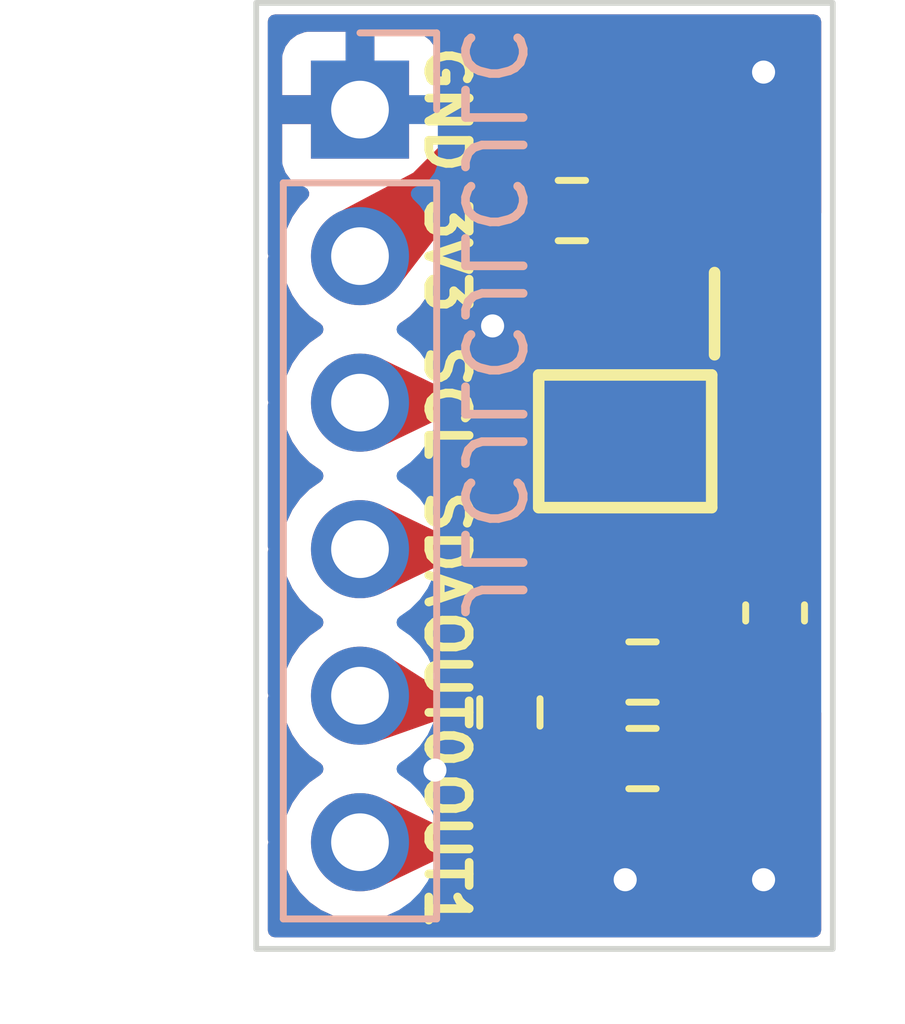
<source format=kicad_pcb>
(kicad_pcb (version 20221018) (generator pcbnew)
  (layers (0 "F.Cu" signal) (31 "B.Cu" signal) (34 "B.Paste" user) (35 "F.Paste" user) (36 "B.SilkS" user "B.Silkscreen") (37 "F.SilkS" user "F.Silkscreen") (38 "B.Mask" user) (39 "F.Mask" user) (44 "Edge.Cuts" user))
  (net 0 "")
  (net 1 "SDA")
  (net 2 "SCL")
  (net 3 "Net-(IC1-FS1)")
  (net 4 "GND")
  (net 5 "Net-(IC1-FS0)")
  (net 6 "OUT0")
  (net 7 "OUT1")
  (net 8 "+3V3")
  (footprint "Resistor_SMD:R_0603_1608Metric" (layer "F.Cu") (at 83.175 55.4 180)
    (fp_text reference "R1" hide)
    (fp_text value "43.2k")
    (fp_line (start -0.237258 -0.5225) (end 0.237258 -0.5225) (stroke (width 0.12)) (layer "F.SilkS"))
    (fp_line (start -0.237258 0.5225) (end 0.237258 0.5225) (stroke (width 0.12)) (layer "F.SilkS"))
    (pad "1" smd roundrect (at -0.825 0 180) (size 0.8 0.95) (layers "F.Cu" "F.Paste" "F.Mask") (net 3 "Net-(IC1-FS1)"))
    (pad "2" smd roundrect (at 0.825 0 180) (size 0.8 0.95) (layers "F.Cu" "F.Paste" "F.Mask") (net 4 "GND"))
  )
  (footprint "Capacitor_SMD:C_0603_1608Metric" (layer "F.Cu") (at 86.7 62.375 90)
    (fp_text reference "C1" hide)
    (fp_text value "100n")
    (fp_line (start -0.14058 -0.51) (end 0.14058 -0.51) (stroke (width 0.12)) (layer "F.SilkS"))
    (fp_line (start -0.14058 0.51) (end 0.14058 0.51) (stroke (width 0.12)) (layer "F.SilkS"))
    (pad "1" smd roundrect (at -0.775 0 90) (size 0.9 0.95) (layers "F.Cu" "F.Paste" "F.Mask") (net 4 "GND"))
    (pad "2" smd roundrect (at 0.775 0 90) (size 0.9 0.95) (layers "F.Cu" "F.Paste" "F.Mask") (net 8 "+3V3"))
  )
  (footprint "DS4432U+T&R:SOP65P490X110-8N" (layer "F.Cu") (at 84.1 59.4 -90)
    (fp_text reference "IC1" hide)
    (fp_text value "DS4432U+T&R" hide)
    (fp_line (start -2.925 -1.55) (end -1.5 -1.55) (stroke (width 0.2)) (layer "F.SilkS"))
    (fp_line (start -1.15 -1.5) (end 1.15 -1.5) (stroke (width 0.2)) (layer "F.SilkS"))
    (fp_line (start -1.15 1.5) (end -1.15 -1.5) (stroke (width 0.2)) (layer "F.SilkS"))
    (fp_line (start 1.15 -1.5) (end 1.15 1.5) (stroke (width 0.2)) (layer "F.SilkS"))
    (fp_line (start 1.15 1.5) (end -1.15 1.5) (stroke (width 0.2)) (layer "F.SilkS"))
    (pad "1" smd rect (at -2.212 -0.975) (size 0.45 1.425) (layers "F.Cu" "F.Paste" "F.Mask") (net 1 "SDA"))
    (pad "2" smd rect (at -2.212 -0.325) (size 0.45 1.425) (layers "F.Cu" "F.Paste" "F.Mask") (net 2 "SCL"))
    (pad "3" smd rect (at -2.212 0.325) (size 0.45 1.425) (layers "F.Cu" "F.Paste" "F.Mask") (net 3 "Net-(IC1-FS1)"))
    (pad "4" smd rect (at -2.212 0.975) (size 0.45 1.425) (layers "F.Cu" "F.Paste" "F.Mask") (net 4 "GND"))
    (pad "5" smd rect (at 2.212 0.975) (size 0.45 1.425) (layers "F.Cu" "F.Paste" "F.Mask") (net 5 "Net-(IC1-FS0)"))
    (pad "6" smd rect (at 2.212 0.325) (size 0.45 1.425) (layers "F.Cu" "F.Paste" "F.Mask") (net 6 "OUT0"))
    (pad "7" smd rect (at 2.212 -0.325) (size 0.45 1.425) (layers "F.Cu" "F.Paste" "F.Mask") (net 7 "OUT1"))
    (pad "8" smd rect (at 2.212 -0.975) (size 0.45 1.425) (layers "F.Cu" "F.Paste" "F.Mask") (net 8 "+3V3"))
  )
  (footprint "Resistor_SMD:R_0603_1608Metric" (layer "F.Cu") (at 84.4 64.9)
    (fp_text reference "R4" hide)
    (fp_text value "18k")
    (fp_line (start -0.237258 -0.5225) (end 0.237258 -0.5225) (stroke (width 0.12)) (layer "F.SilkS"))
    (fp_line (start -0.237258 0.5225) (end 0.237258 0.5225) (stroke (width 0.12)) (layer "F.SilkS"))
    (pad "1" smd roundrect (at -0.825 0) (size 0.8 0.95) (layers "F.Cu" "F.Paste" "F.Mask") (net 7 "OUT1"))
    (pad "2" smd roundrect (at 0.825 0) (size 0.8 0.95) (layers "F.Cu" "F.Paste" "F.Mask") (net 4 "GND"))
  )
  (footprint "Resistor_SMD:R_0603_1608Metric" (layer "F.Cu") (at 84.4 63.4)
    (fp_text reference "R3" hide)
    (fp_text value "18k")
    (fp_line (start -0.237258 -0.5225) (end 0.237258 -0.5225) (stroke (width 0.12)) (layer "F.SilkS"))
    (fp_line (start -0.237258 0.5225) (end 0.237258 0.5225) (stroke (width 0.12)) (layer "F.SilkS"))
    (pad "1" smd roundrect (at -0.825 0) (size 0.8 0.95) (layers "F.Cu" "F.Paste" "F.Mask") (net 6 "OUT0"))
    (pad "2" smd roundrect (at 0.825 0) (size 0.8 0.95) (layers "F.Cu" "F.Paste" "F.Mask") (net 4 "GND"))
  )
  (footprint "Resistor_SMD:R_0603_1608Metric" (layer "F.Cu") (at 82.1 64.1 -90)
    (fp_text reference "R2" hide)
    (fp_text value "43.2k")
    (fp_line (start -0.237258 -0.5225) (end 0.237258 -0.5225) (stroke (width 0.12)) (layer "F.SilkS"))
    (fp_line (start -0.237258 0.5225) (end 0.237258 0.5225) (stroke (width 0.12)) (layer "F.SilkS"))
    (pad "1" smd roundrect (at -0.825 0 270) (size 0.8 0.95) (layers "F.Cu" "F.Paste" "F.Mask") (net 5 "Net-(IC1-FS0)"))
    (pad "2" smd roundrect (at 0.825 0 270) (size 0.8 0.95) (layers "F.Cu" "F.Paste" "F.Mask") (net 4 "GND"))
  )
  (footprint "Connector_PinHeader_2.54mm:PinHeader_1x06_P2.54mm_Vertical" (layer "B.Cu") (at 79.5 53.65 180)
    (fp_text reference "J1" hide)
    (fp_text value "Conn_01x06_Pin")
    (fp_line (start -1.33 -14.03) (end 1.33 -14.03) (stroke (width 0.12)) (layer "B.SilkS"))
    (fp_line (start -1.33 -1.27) (end -1.33 -14.03) (stroke (width 0.12)) (layer "B.SilkS"))
    (fp_line (start -1.33 -1.27) (end 1.33 -1.27) (stroke (width 0.12)) (layer "B.SilkS"))
    (fp_line (start -1.33 0) (end -1.33 1.33) (stroke (width 0.12)) (layer "B.SilkS"))
    (fp_line (start -1.33 1.33) (end 0 1.33) (stroke (width 0.12)) (layer "B.SilkS"))
    (fp_line (start 1.33 -1.27) (end 1.33 -14.03) (stroke (width 0.12)) (layer "B.SilkS"))
    (pad "1" thru_hole rect (at 0 0 180) (size 1.7 1.7) (drill 1) (layers "*.Cu" "*.Mask") (net 4 "GND"))
    (pad "2" thru_hole oval (at 0 -2.54 180) (size 1.7 1.7) (drill 1) (layers "*.Cu" "*.Mask") (net 8 "+3V3"))
    (pad "3" thru_hole oval (at 0 -5.08 180) (size 1.7 1.7) (drill 1) (layers "*.Cu" "*.Mask") (net 2 "SCL"))
    (pad "4" thru_hole oval (at 0 -7.62 180) (size 1.7 1.7) (drill 1) (layers "*.Cu" "*.Mask") (net 1 "SDA"))
    (pad "5" thru_hole oval (at 0 -10.16 180) (size 1.7 1.7) (drill 1) (layers "*.Cu" "*.Mask") (net 6 "OUT0"))
    (pad "6" thru_hole oval (at 0 -12.7 180) (size 1.7 1.7) (drill 1) (layers "*.Cu" "*.Mask") (net 7 "OUT1"))
  )
  (gr_rect (start 77.7 51.8) (end 87.7 68.2) (stroke (width 0.1)) (fill none) (layer "Edge.Cuts"))
  (gr_text "JLCJLCJLCJLC" (at 81.2 62.6 270) (layer "B.SilkS") (effects (font (size 1 1)) (justify left bottom mirror)))
  (gr_text "OUT1" (at 80.6 66.5 270) (layer "F.SilkS") (effects (font (size 0.7 0.7)) (justify bottom)))
  (gr_text "SCL" (at 80.6 58.73 270) (layer "F.SilkS") (effects (font (size 0.7 0.7)) (justify bottom)))
  (gr_text "3V3" (at 80.6 56.19 270) (layer "F.SilkS") (effects (font (size 0.7 0.7)) (justify bottom)))
  (gr_text "OUT0" (at 80.6 63.7 270) (layer "F.SilkS") (effects (font (size 0.7 0.7)) (justify bottom)))
  (gr_text "SDA" (at 80.6 61.27 270) (layer "F.SilkS") (effects (font (size 0.7 0.7)) (justify bottom)))
  (gr_text "GND" (at 80.6 53.65 270) (layer "F.SilkS") (effects (font (size 0.7 0.7)) (justify bottom)))
  (segment (start 81.9555 61.27) (end 79.5 61.27) (width 0.25) (layer "F.Cu") (net 1))
  (segment (start 85.075 58.1505) (end 81.9555 61.27) (width 0.25) (layer "F.Cu") (net 1))
  (segment (start 85.075 57.188) (end 85.075 58.1505) (width 0.25) (layer "F.Cu") (net 1))
  (segment (start 79.5 58.73) (end 83.8205 58.73) (width 0.25) (layer "F.Cu") (net 2))
  (segment (start 83.8205 58.73) (end 84.425 58.1255) (width 0.25) (layer "F.Cu") (net 2))
  (segment (start 84.425 58.1255) (end 84.425 57.188) (width 0.25) (layer "F.Cu") (net 2))
  (segment (start 83.775 55.625) (end 83.775 57.188) (width 0.25) (layer "F.Cu") (net 3))
  (segment (start 84 55.4) (end 83.775 55.625) (width 0.25) (layer "F.Cu") (net 3))
  (segment (start 83.125 57.188) (end 82.612 57.188) (width 0.25) (layer "F.Cu") (net 4))
  (segment (start 86.7 63.15) (end 86.7 63.7) (width 0.25) (layer "F.Cu") (net 4))
  (segment (start 82.1 64.925) (end 81.675 64.925) (width 0.25) (layer "F.Cu") (net 4))
  (segment (start 82.35 55.4) (end 82.35 56.05) (width 0.25) (layer "F.Cu") (net 4))
  (segment (start 85.225 63.4) (end 85.225 63.925) (width 0.25) (layer "F.Cu") (net 4))
  (via (at 86.5 53) (size 0.8) (drill 0.4) (layers "F.Cu" "B.Cu") (net 4))
  (via (at 80.8 65.1) (size 0.8) (drill 0.4) (layers "F.Cu" "B.Cu") (net 4))
  (via (at 86.5 67) (size 0.8) (drill 0.4) (layers "F.Cu" "B.Cu") (net 4))
  (via (at 84.1 67) (size 0.8) (drill 0.4) (layers "F.Cu" "B.Cu") (net 4))
  (via (at 81.8 57.4) (size 0.8) (drill 0.4) (layers "F.Cu" "B.Cu") (net 4))
  (segment (start 83.125 62.25) (end 82.1 63.275) (width 0.25) (layer "F.Cu") (net 5))
  (segment (start 83.125 61.612) (end 83.125 62.25) (width 0.25) (layer "F.Cu") (net 5))
  (segment (start 79.69 64) (end 79.5 63.81) (width 0.25) (layer "F.Cu") (net 6))
  (segment (start 83.575 63.4) (end 82.975 64) (width 0.25) (layer "F.Cu") (net 6))
  (segment (start 82.975 64) (end 79.69 64) (width 0.25) (layer "F.Cu") (net 6))
  (segment (start 83.775 61.612) (end 83.775 63.2) (width 0.25) (layer "F.Cu") (net 6))
  (segment (start 83.775 63.2) (end 83.575 63.4) (width 0.25) (layer "F.Cu") (net 6))
  (segment (start 84.425 61.612) (end 84.425 64.05) (width 0.25) (layer "F.Cu") (net 7))
  (segment (start 82.125 66.35) (end 79.5 66.35) (width 0.25) (layer "F.Cu") (net 7))
  (segment (start 84.425 64.05) (end 83.575 64.9) (width 0.25) (layer "F.Cu") (net 7))
  (segment (start 83.575 64.9) (end 82.125 66.35) (width 0.25) (layer "F.Cu") (net 7))
  (segment (start 79.685 56.19) (end 81.65 54.225) (width 1) (layer "F.Cu") (net 8))
  (segment (start 86.7 61.6) (end 85.35 61.6) (width 1) (layer "F.Cu") (net 8))
  (segment (start 81.65 54.225) (end 84.572792 54.225) (width 1) (layer "F.Cu") (net 8))
  (segment (start 85.35 61.6) (end 85.35 61.612) (width 1) (layer "F.Cu") (net 8))
  (segment (start 79.5 56.19) (end 79.685 56.19) (width 1) (layer "F.Cu") (net 8))
  (segment (start 86.7 56.352208) (end 86.7 61.6) (width 1) (layer "F.Cu") (net 8))
  (segment (start 84.572792 54.225) (end 86.7 56.352208) (width 1) (layer "F.Cu") (net 8))
  (zone (net 4) (net_name "GND") (layers "F&B.Cu") (connect_pads (clearance 0.5)) (min_thickness 0.25) (fill yes (thermal_gap 0.5) (thermal_bridge_width 0.5))
    (polygon (pts (xy 77.9 52) (xy 77.9 68) (xy 87.5 68) (xy 87.5 52)))
  )
)
</source>
